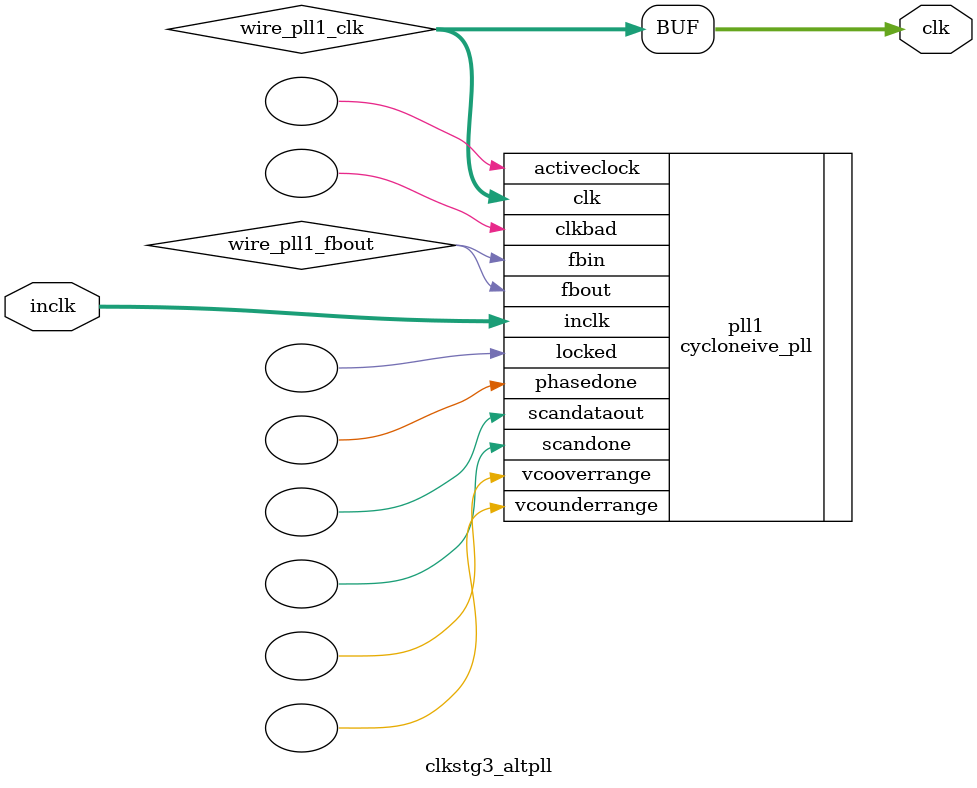
<source format=v>






//synthesis_resources = cycloneive_pll 1 
//synopsys translate_off
`timescale 1 ps / 1 ps
//synopsys translate_on
module  clkstg3_altpll
	( 
	clk,
	inclk) /* synthesis synthesis_clearbox=1 */;
	output   [4:0]  clk;
	input   [1:0]  inclk;
`ifndef ALTERA_RESERVED_QIS
// synopsys translate_off
`endif
	tri0   [1:0]  inclk;
`ifndef ALTERA_RESERVED_QIS
// synopsys translate_on
`endif

	wire  [4:0]   wire_pll1_clk;
	wire  wire_pll1_fbout;

	cycloneive_pll   pll1
	( 
	.activeclock(),
	.clk(wire_pll1_clk),
	.clkbad(),
	.fbin(wire_pll1_fbout),
	.fbout(wire_pll1_fbout),
	.inclk(inclk),
	.locked(),
	.phasedone(),
	.scandataout(),
	.scandone(),
	.vcooverrange(),
	.vcounderrange()
	`ifndef FORMAL_VERIFICATION
	// synopsys translate_off
	`endif
	,
	.areset(1'b0),
	.clkswitch(1'b0),
	.configupdate(1'b0),
	.pfdena(1'b1),
	.phasecounterselect({3{1'b0}}),
	.phasestep(1'b0),
	.phaseupdown(1'b0),
	.scanclk(1'b0),
	.scanclkena(1'b1),
	.scandata(1'b0)
	`ifndef FORMAL_VERIFICATION
	// synopsys translate_on
	`endif
	);
	defparam
		pll1.bandwidth_type = "auto",
		pll1.clk0_divide_by = 2162960,
		pll1.clk0_duty_cycle = 50,
		pll1.clk0_multiply_by = 3241273,
		pll1.clk0_phase_shift = "0",
		pll1.compensate_clock = "clk0",
		pll1.inclk0_input_frequency = 6164,
		pll1.operation_mode = "normal",
		pll1.pll_type = "auto",
		pll1.lpm_type = "cycloneive_pll";
	assign
		clk = {wire_pll1_clk[4:0]};
endmodule //clkstg3_altpll
//VALID FILE

</source>
